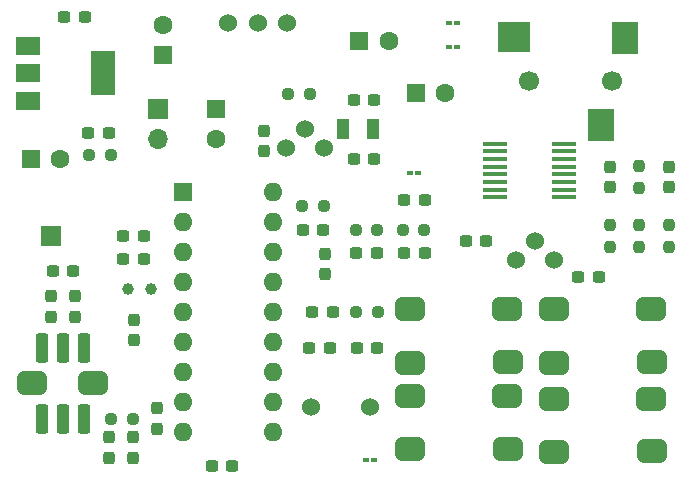
<source format=gbr>
%TF.GenerationSoftware,KiCad,Pcbnew,6.0.7+dfsg-1build1*%
%TF.CreationDate,2022-11-20T16:40:00+09:00*%
%TF.ProjectId,FM_Transciver,464d5f54-7261-46e7-9363-697665722e6b,rev?*%
%TF.SameCoordinates,Original*%
%TF.FileFunction,Soldermask,Top*%
%TF.FilePolarity,Negative*%
%FSLAX46Y46*%
G04 Gerber Fmt 4.6, Leading zero omitted, Abs format (unit mm)*
G04 Created by KiCad (PCBNEW 6.0.7+dfsg-1build1) date 2022-11-20 16:40:00*
%MOMM*%
%LPD*%
G01*
G04 APERTURE LIST*
G04 Aperture macros list*
%AMRoundRect*
0 Rectangle with rounded corners*
0 $1 Rounding radius*
0 $2 $3 $4 $5 $6 $7 $8 $9 X,Y pos of 4 corners*
0 Add a 4 corners polygon primitive as box body*
4,1,4,$2,$3,$4,$5,$6,$7,$8,$9,$2,$3,0*
0 Add four circle primitives for the rounded corners*
1,1,$1+$1,$2,$3*
1,1,$1+$1,$4,$5*
1,1,$1+$1,$6,$7*
1,1,$1+$1,$8,$9*
0 Add four rect primitives between the rounded corners*
20,1,$1+$1,$2,$3,$4,$5,0*
20,1,$1+$1,$4,$5,$6,$7,0*
20,1,$1+$1,$6,$7,$8,$9,0*
20,1,$1+$1,$8,$9,$2,$3,0*%
G04 Aperture macros list end*
%ADD10C,1.524000*%
%ADD11RoundRect,0.237500X-0.237500X0.300000X-0.237500X-0.300000X0.237500X-0.300000X0.237500X0.300000X0*%
%ADD12RoundRect,0.237500X-0.300000X-0.237500X0.300000X-0.237500X0.300000X0.237500X-0.300000X0.237500X0*%
%ADD13R,1.600000X1.600000*%
%ADD14C,1.600000*%
%ADD15O,1.600000X1.600000*%
%ADD16RoundRect,0.237500X-0.250000X-0.237500X0.250000X-0.237500X0.250000X0.237500X-0.250000X0.237500X0*%
%ADD17C,1.700000*%
%ADD18R,2.200000X2.800000*%
%ADD19R,2.800000X2.600000*%
%ADD20RoundRect,0.237500X0.300000X0.237500X-0.300000X0.237500X-0.300000X-0.237500X0.300000X-0.237500X0*%
%ADD21RoundRect,0.075000X-0.212500X-0.075000X0.212500X-0.075000X0.212500X0.075000X-0.212500X0.075000X0*%
%ADD22RoundRect,0.275000X0.275000X0.975000X-0.275000X0.975000X-0.275000X-0.975000X0.275000X-0.975000X0*%
%ADD23RoundRect,0.275000X-0.275000X-0.975000X0.275000X-0.975000X0.275000X0.975000X-0.275000X0.975000X0*%
%ADD24RoundRect,0.500000X0.750000X0.500000X-0.750000X0.500000X-0.750000X-0.500000X0.750000X-0.500000X0*%
%ADD25R,1.700000X1.700000*%
%ADD26O,1.700000X1.700000*%
%ADD27R,2.000000X0.400000*%
%ADD28RoundRect,0.500000X-0.750000X-0.500000X0.750000X-0.500000X0.750000X0.500000X-0.750000X0.500000X0*%
%ADD29RoundRect,0.237500X0.250000X0.237500X-0.250000X0.237500X-0.250000X-0.237500X0.250000X-0.237500X0*%
%ADD30RoundRect,0.075000X0.212500X0.075000X-0.212500X0.075000X-0.212500X-0.075000X0.212500X-0.075000X0*%
%ADD31R,2.000000X1.500000*%
%ADD32R,2.000000X3.800000*%
%ADD33RoundRect,0.237500X0.237500X-0.300000X0.237500X0.300000X-0.237500X0.300000X-0.237500X-0.300000X0*%
%ADD34RoundRect,0.237500X-0.237500X0.250000X-0.237500X-0.250000X0.237500X-0.250000X0.237500X0.250000X0*%
%ADD35RoundRect,0.237500X0.237500X-0.250000X0.237500X0.250000X-0.237500X0.250000X-0.237500X-0.250000X0*%
%ADD36C,1.000000*%
%ADD37R,1.000000X1.800000*%
%ADD38RoundRect,0.237500X0.237500X-0.287500X0.237500X0.287500X-0.237500X0.287500X-0.237500X-0.287500X0*%
G04 APERTURE END LIST*
D10*
%TO.C,RV1*%
X73600000Y-42100000D03*
X72000000Y-40500000D03*
X70400000Y-42100000D03*
%TD*%
D11*
%TO.C,C8*%
X57454000Y-66589500D03*
X57454000Y-68314500D03*
%TD*%
D12*
%TO.C,C14*%
X71837500Y-49000000D03*
X73562500Y-49000000D03*
%TD*%
D13*
%TO.C,C27*%
X64500000Y-38794900D03*
D14*
X64500000Y-41294900D03*
%TD*%
D13*
%TO.C,U3*%
X61700000Y-45850000D03*
D15*
X61700000Y-48390000D03*
X61700000Y-50930000D03*
X61700000Y-53470000D03*
X61700000Y-56010000D03*
X61700000Y-58550000D03*
X61700000Y-61090000D03*
X61700000Y-63630000D03*
X61700000Y-66170000D03*
X69320000Y-66170000D03*
X69320000Y-63630000D03*
X69320000Y-61090000D03*
X69320000Y-58550000D03*
X69320000Y-56010000D03*
X69320000Y-53470000D03*
X69320000Y-50930000D03*
X69320000Y-48390000D03*
X69320000Y-45850000D03*
%TD*%
D16*
%TO.C,R4*%
X71787500Y-47000000D03*
X73612500Y-47000000D03*
%TD*%
D17*
%TO.C,J1*%
X91000000Y-36450000D03*
X98000000Y-36450000D03*
D18*
X99100000Y-32750000D03*
D19*
X89700000Y-32650000D03*
D18*
X97100000Y-40150000D03*
%TD*%
D20*
%TO.C,C21*%
X74107500Y-59000000D03*
X72382500Y-59000000D03*
%TD*%
D16*
%TO.C,R5*%
X80287500Y-49000000D03*
X82112500Y-49000000D03*
%TD*%
D21*
%TO.C,L5*%
X84162500Y-33500000D03*
X84837500Y-33500000D03*
%TD*%
D22*
%TO.C,L1*%
X49700000Y-59000000D03*
X51500000Y-59000000D03*
D23*
X53300000Y-59000000D03*
D22*
X53300000Y-65000000D03*
X51500000Y-65000000D03*
X49700000Y-65000000D03*
D24*
X54100000Y-62000000D03*
X48900000Y-62000000D03*
%TD*%
D25*
%TO.C,BT1*%
X59525000Y-38750000D03*
D26*
X59525000Y-41290000D03*
%TD*%
D12*
%TO.C,C24*%
X80425000Y-46500000D03*
X82150000Y-46500000D03*
%TD*%
%TO.C,C1*%
X53658400Y-40856000D03*
X55383400Y-40856000D03*
%TD*%
D10*
%TO.C,SW1*%
X70500000Y-31500000D03*
X68000000Y-31500000D03*
X65500000Y-31500000D03*
%TD*%
D27*
%TO.C,U5*%
X88100000Y-41725000D03*
X88100000Y-42375000D03*
X88100000Y-43025000D03*
X88100000Y-43675000D03*
X88100000Y-44325000D03*
X88100000Y-44975000D03*
X88100000Y-45625000D03*
X88100000Y-46275000D03*
X93900000Y-46275000D03*
X93900000Y-45625000D03*
X93900000Y-44975000D03*
X93900000Y-44325000D03*
X93900000Y-43675000D03*
X93900000Y-43025000D03*
X93900000Y-42375000D03*
X93900000Y-41725000D03*
%TD*%
D13*
%TO.C,C31*%
X60000000Y-34205100D03*
D14*
X60000000Y-31705100D03*
%TD*%
D13*
%TO.C,MK1*%
X48794900Y-43000000D03*
D14*
X51294900Y-43000000D03*
%TD*%
D28*
%TO.C,SW2*%
X93092000Y-60250000D03*
X93092000Y-55750000D03*
X101392000Y-60200000D03*
X101292000Y-55750000D03*
%TD*%
D12*
%TO.C,C4*%
X50637500Y-52500000D03*
X52362500Y-52500000D03*
%TD*%
D28*
%TO.C,SW3*%
X80900000Y-60250000D03*
X80900000Y-55750000D03*
X89100000Y-55750000D03*
X89200000Y-60200000D03*
%TD*%
D12*
%TO.C,C25*%
X85637500Y-50000000D03*
X87362500Y-50000000D03*
%TD*%
D11*
%TO.C,C10*%
X68500000Y-40637500D03*
X68500000Y-42362500D03*
%TD*%
%TO.C,C12*%
X59500000Y-64137500D03*
X59500000Y-65862500D03*
%TD*%
D13*
%TO.C,C30*%
X81394900Y-37400000D03*
D14*
X83894900Y-37400000D03*
%TD*%
D12*
%TO.C,C26*%
X76382500Y-59000000D03*
X78107500Y-59000000D03*
%TD*%
D13*
%TO.C,C28*%
X76594900Y-33000000D03*
D14*
X79094900Y-33000000D03*
%TD*%
D21*
%TO.C,L4*%
X84162500Y-31500000D03*
X84837500Y-31500000D03*
%TD*%
D29*
%TO.C,R2*%
X55545400Y-42716000D03*
X53720400Y-42716000D03*
%TD*%
D10*
%TO.C,RV2*%
X93100000Y-51600000D03*
X91500000Y-50000000D03*
X89900000Y-51600000D03*
%TD*%
D30*
%TO.C,L3*%
X81537500Y-44200000D03*
X80862500Y-44200000D03*
%TD*%
D16*
%TO.C,R1*%
X55587500Y-65000000D03*
X57412500Y-65000000D03*
%TD*%
D31*
%TO.C,U2*%
X48576900Y-33476000D03*
X48576900Y-35776000D03*
D32*
X54876900Y-35776000D03*
D31*
X48576900Y-38076000D03*
%TD*%
D11*
%TO.C,C29*%
X97800000Y-43675000D03*
X97800000Y-45400000D03*
%TD*%
D20*
%TO.C,C17*%
X74362500Y-56000000D03*
X72637500Y-56000000D03*
%TD*%
%TO.C,C13*%
X65862500Y-69000000D03*
X64137500Y-69000000D03*
%TD*%
D33*
%TO.C,C5*%
X50500000Y-56362500D03*
X50500000Y-54637500D03*
%TD*%
D34*
%TO.C,R9*%
X97800000Y-48625000D03*
X97800000Y-50450000D03*
%TD*%
D10*
%TO.C,C18*%
X72500000Y-64000000D03*
X77500000Y-64000000D03*
%TD*%
D12*
%TO.C,C22*%
X80425000Y-51000000D03*
X82150000Y-51000000D03*
%TD*%
D11*
%TO.C,C2*%
X52500000Y-54637500D03*
X52500000Y-56362500D03*
%TD*%
D34*
%TO.C,R10*%
X100300000Y-43625000D03*
X100300000Y-45450000D03*
%TD*%
D20*
%TO.C,C19*%
X77862500Y-43000000D03*
X76137500Y-43000000D03*
%TD*%
D11*
%TO.C,C15*%
X73700000Y-51035000D03*
X73700000Y-52760000D03*
%TD*%
D33*
%TO.C,C9*%
X57500000Y-58362500D03*
X57500000Y-56637500D03*
%TD*%
D16*
%TO.C,R6*%
X76287500Y-49000000D03*
X78112500Y-49000000D03*
%TD*%
D20*
%TO.C,C6*%
X58362500Y-49500000D03*
X56637500Y-49500000D03*
%TD*%
D16*
%TO.C,R3*%
X70587500Y-37500000D03*
X72412500Y-37500000D03*
%TD*%
D34*
%TO.C,R8*%
X100300000Y-48625000D03*
X100300000Y-50450000D03*
%TD*%
D29*
%TO.C,R7*%
X78157500Y-56000000D03*
X76332500Y-56000000D03*
%TD*%
D35*
%TO.C,R11*%
X102800000Y-50450000D03*
X102800000Y-48625000D03*
%TD*%
D36*
%TO.C,U1*%
X57050000Y-54000000D03*
X58950000Y-54000000D03*
%TD*%
D21*
%TO.C,L2*%
X77162500Y-68500000D03*
X77837500Y-68500000D03*
%TD*%
D20*
%TO.C,C7*%
X58362500Y-51500000D03*
X56637500Y-51500000D03*
%TD*%
%TO.C,C11*%
X53362500Y-31000000D03*
X51637500Y-31000000D03*
%TD*%
D25*
%TO.C,AE1*%
X50500000Y-49500000D03*
%TD*%
D12*
%TO.C,C16*%
X76137500Y-38000000D03*
X77862500Y-38000000D03*
%TD*%
D37*
%TO.C,U4*%
X75250000Y-40500000D03*
X77750000Y-40500000D03*
%TD*%
D12*
%TO.C,C23*%
X76337500Y-51000000D03*
X78062500Y-51000000D03*
%TD*%
D28*
%TO.C,SW4*%
X93092000Y-67798000D03*
X93092000Y-63298000D03*
X101292000Y-63298000D03*
X101392000Y-67748000D03*
%TD*%
D38*
%TO.C,D1*%
X102800000Y-45412500D03*
X102800000Y-43662500D03*
%TD*%
D11*
%TO.C,C3*%
X55454000Y-66589500D03*
X55454000Y-68314500D03*
%TD*%
D12*
%TO.C,C20*%
X95137500Y-53000000D03*
X96862500Y-53000000D03*
%TD*%
D28*
%TO.C,SW5*%
X80900000Y-63080000D03*
X80900000Y-67580000D03*
X89200000Y-67530000D03*
X89100000Y-63080000D03*
%TD*%
M02*

</source>
